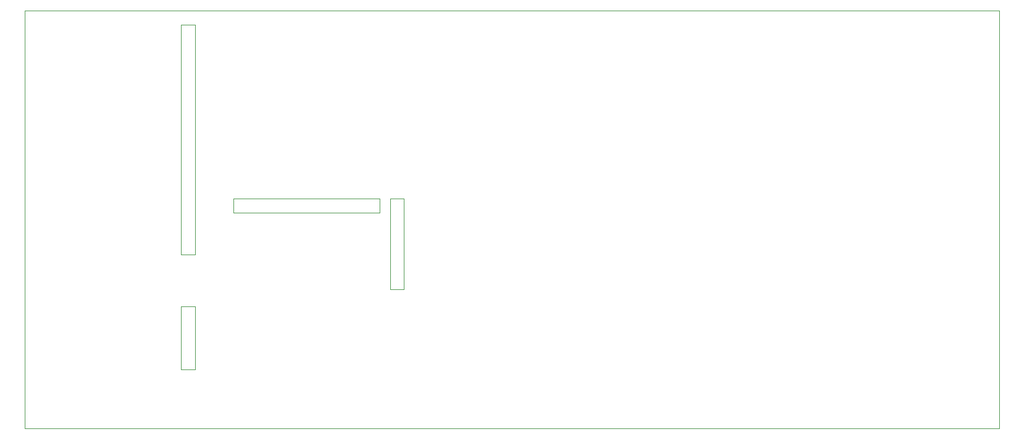
<source format=gbr>
%TF.GenerationSoftware,KiCad,Pcbnew,9.0.0*%
%TF.CreationDate,2025-10-29T06:17:34+08:00*%
%TF.ProjectId,TSAL_G_V4_2,5453414c-5f47-45f5-9634-5f322e6b6963,rev?*%
%TF.SameCoordinates,Original*%
%TF.FileFunction,Profile,NP*%
%FSLAX46Y46*%
G04 Gerber Fmt 4.6, Leading zero omitted, Abs format (unit mm)*
G04 Created by KiCad (PCBNEW 9.0.0) date 2025-10-29 06:17:34*
%MOMM*%
%LPD*%
G01*
G04 APERTURE LIST*
%TA.AperFunction,Profile*%
%ADD10C,0.050000*%
%TD*%
G04 APERTURE END LIST*
D10*
X47500000Y-40000000D02*
X49500000Y-40000000D01*
X49500000Y-73000000D01*
X47500000Y-73000000D01*
X47500000Y-40000000D01*
X55000000Y-65000000D02*
X76000000Y-65000000D01*
X76000000Y-67000000D01*
X55000000Y-67000000D01*
X55000000Y-65000000D01*
X77500000Y-65000000D02*
X79500000Y-65000000D01*
X79500000Y-78000000D01*
X77500000Y-78000000D01*
X77500000Y-65000000D01*
X47500000Y-80500000D02*
X49500000Y-80500000D01*
X49500000Y-89500000D01*
X47500000Y-89500000D01*
X47500000Y-80500000D01*
X25000000Y-38000000D02*
X165000000Y-38000000D01*
X165000000Y-98000000D01*
X25000000Y-98000000D01*
X25000000Y-38000000D01*
M02*

</source>
